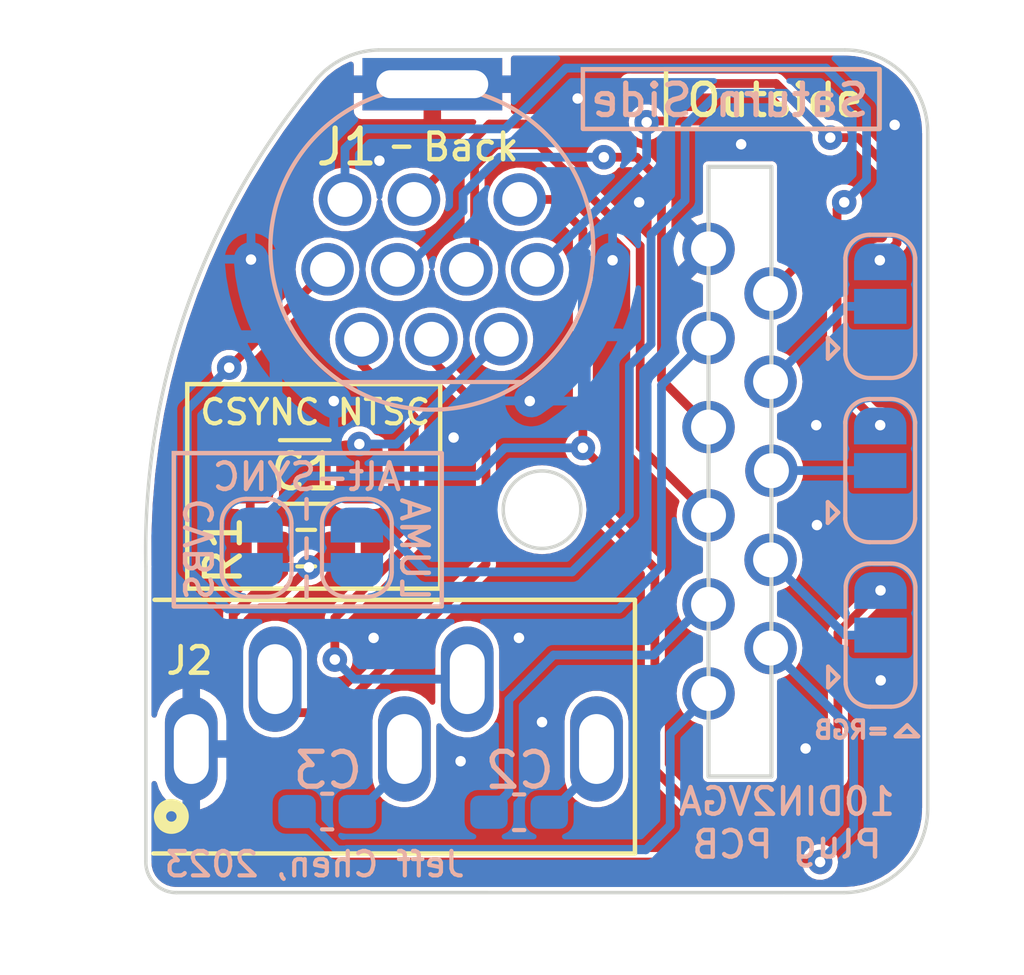
<source format=kicad_pcb>
(kicad_pcb (version 20211014) (generator pcbnew)
  (title_block (title "10DIN2VGA Main Board") (date "2023-01-05") (rev "1.0") (company "Jeff Chen"))
  (layers (0 "F.Cu" signal "Front") (31 "B.Cu" signal "Back") (34 "B.Paste" user) (35 "F.Paste" user) (36 "B.SilkS" user "B.Silkscreen") (37 "F.SilkS" user "F.Silkscreen") (38 "B.Mask" user) (39 "F.Mask" user) (44 "Edge.Cuts" user))
  (net 0 "")
  (net 1 "GND")
  (net 2 "/Raw_CSync")
  (net 3 "/L_from_Jack")
  (net 4 "/L_to_VGA")
  (net 5 "/R_from_Jack")
  (net 6 "/R_to_VGA")
  (net 7 "/5V")
  (net 8 "/Red")
  (net 9 "/Green")
  (net 10 "/Blue")
  (net 11 "/CVBS_Out")
  (net 12 "/Luma_Out")
  (net 13 "/Chroma_Out")
  (net 14 "/Audio_L")
  (net 15 "/Audio_R")
  (net 16 "/CVBS")
  (net 17 "/Luma")
  (net 18 "/Chroma")
  (net 19 "/Mid_Attn_CSync")
  (net 20 "/HSync")
  (footprint "Resistor_SMD:R_0603_1608Metric_Pad0.98x0.95mm_HandSolder" (layer "F.Cu") (at 126.73 103.09 180)
    (fp_text reference "R1" (at 2.37 -0.06 90) (layer "F.SilkS"))
    (fp_text value "470")
    (fp_line (start -0.254724 0.5225) (end 0.254724 0.5225) (layer "F.SilkS") (width 0.12))
    (fp_line (start -0.254724 -0.5225) (end 0.254724 -0.5225) (layer "F.SilkS") (width 0.12))
    (pad "1" smd roundrect (at -0.9125 0 180) (size 0.975 0.95) (layers "F.Cu" "F.Paste" "F.Mask") (net 20 "/HSync"))
    (pad "2" smd roundrect (at 0.9125 0 180) (size 0.975 0.95) (layers "F.Cu" "F.Paste" "F.Mask") (net 19 "/Mid_Attn_CSync"))
  )
  (footprint "10DIN2VGA:Interconnect_A" (layer "F.Cu") (at 139.171496 100.875007)
    (fp_text reference "I1" hide)
    (fp_text value "Board Interconnect A")
    (fp_rect (start -0.925 -8.7) (end 0.875 8.75) (layer "Edge.Cuts") (width 0.12) (fill none))
    (pad "1" thru_hole circle (at 0.85 5.075) (size 1.5 1.5) (drill 1) (layers *.Cu *.Mask) (net 20 "/HSync"))
    (pad "2" thru_hole circle (at -0.925 3.825) (size 1.5 1.5) (drill 1) (layers *.Cu *.Mask) (net 4 "/L_to_VGA"))
    (pad "3" thru_hole circle (at -0.925 6.375) (size 1.5 1.5) (drill 1) (layers *.Cu *.Mask) (net 6 "/R_to_VGA"))
    (pad "4" thru_hole circle (at 0.85 -5.075) (size 1.5 1.5) (drill 1) (layers *.Cu *.Mask) (net 7 "/5V"))
    (pad "5" thru_hole circle (at -0.925 1.275) (size 1.5 1.5) (drill 1) (layers *.Cu *.Mask) (net 8 "/Red"))
    (pad "6" thru_hole circle (at -0.925 -1.25) (size 1.5 1.5) (drill 1) (layers *.Cu *.Mask) (net 9 "/Green"))
    (pad "7" thru_hole circle (at -0.925 -3.8) (size 1.5 1.5) (drill 1) (layers *.Cu *.Mask) (net 10 "/Blue"))
    (pad "8" thru_hole circle (at 0.85 2.55) (size 1.5 1.5) (drill 1) (layers *.Cu *.Mask) (net 11 "/CVBS_Out"))
    (pad "9" thru_hole circle (at 0.85 -2.55) (size 1.5 1.5) (drill 1) (layers *.Cu *.Mask) (net 12 "/Luma_Out"))
    (pad "10" thru_hole circle (at 0.875 0) (size 1.5 1.5) (drill 1) (layers *.Cu *.Mask) (net 13 "/Chroma_Out"))
    (pad "11" thru_hole circle (at -0.925 -6.35) (size 1.5 1.5) (drill 1) (layers *.Cu *.Mask) (net 1 "GND"))
  )
  (footprint "10DIN2VGA:10DIN" (layer "F.Cu") (at 130.34 94.46)
    (fp_text reference "J1" (at -2.45 -2.85 unlocked) (layer "F.SilkS"))
    (fp_text value "10DIN")
    (fp_line (start -2.6 3.875) (end 2.575 3.875) (layer "B.SilkS") (width 0.12))
    (fp_circle (center -0.014115 0.046088) (end 3.275 -3.2) (layer "B.SilkS") (width 0.12) (fill none))
    (pad "1" thru_hole circle (at 1.975 2.65) (size 1.5 1.5) (drill 1) (layers *.Cu *.Mask) (net 2 "/Raw_CSync"))
    (pad "2" thru_hole circle (at -0.025 2.65) (size 1.5 1.5) (drill 1) (layers *.Cu *.Mask) (net 14 "/Audio_L"))
    (pad "3" thru_hole circle (at -2.025 2.65) (size 1.5 1.5) (drill 1) (layers *.Cu *.Mask) (net 15 "/Audio_R"))
    (pad "4" thru_hole circle (at 3 0.65) (size 1.5 1.5) (drill 1) (layers *.Cu *.Mask) (net 7 "/5V"))
    (pad "5" thru_hole circle (at 0.975 0.65) (size 1.5 1.5) (drill 1) (layers *.Cu *.Mask) (net 8 "/Red"))
    (pad "6" thru_hole circle (at -1 0.65) (size 1.5 1.5) (drill 1) (layers *.Cu *.Mask) (net 9 "/Green"))
    (pad "7" thru_hole circle (at -3 0.65) (size 1.5 1.5) (drill 1) (layers *.Cu *.Mask) (net 10 "/Blue"))
    (pad "8" thru_hole circle (at 2.5 -1.35) (size 1.5 1.5) (drill 1) (layers *.Cu *.Mask) (net 16 "/CVBS"))
    (pad "9" thru_hole circle (at -0.525 -1.35) (size 1.5 1.5) (drill 1) (layers *.Cu *.Mask) (net 17 "/Luma"))
    (pad "10" thru_hole circle (at -2.5 -1.35) (size 1.5 1.5) (drill 1) (layers *.Cu *.Mask) (net 18 "/Chroma"))
    (pad "11" thru_hole rect (at 0 -4.65) (size 4 1.5) (drill oval 3.2 0.8) (layers *.Cu *.Mask) (net 1 "GND"))
    (pad "11" smd custom (at -4.475 2.575) (size 0.40625 0.3625) (layers "B.Cu" "B.Mask") (net 1 "GND") (options (clearance outline) (anchor rect)) (primitives (gr_arc (start 1.665141 1.842065) (mid -0.004699 0.10023) (end -0.70982 -2.207401) (width 1))))
    (pad "11" smd custom (at 4.35 2.525) (size 0.40625 0.3625) (layers "B.Cu" "B.Mask") (net 1 "GND") (options (clearance outline) (anchor rect)) (primitives (gr_arc (start 0.80982 -2.157401) (mid 0.118424 0.126685) (end -1.519484 1.862292) (width 1))))
  )
  (footprint "Capacitor_SMD:C_1206_3216Metric_Pad1.33x1.80mm_HandSolder" (layer "F.Cu") (at 126.69 100.91 180)
    (fp_text reference "C1" (at 0 0 180) (layer "F.SilkS"))
    (fp_text value "100uF")
    (fp_line (start -0.711252 -0.91) (end 0.711252 -0.91) (layer "F.SilkS") (width 0.12))
    (fp_line (start -0.711252 0.91) (end 0.711252 0.91) (layer "F.SilkS") (width 0.12))
    (pad "1" smd roundrect (at -1.5625 0 180) (size 1.325 1.8) (layers "F.Cu" "F.Paste" "F.Mask") (roundrect_rratio 0.1886792453) (net 2 "/Raw_CSync"))
    (pad "2" smd roundrect (at 1.5625 0 180) (size 1.325 1.8) (layers "F.Cu" "F.Paste" "F.Mask") (roundrect_rratio 0.1886792453) (net 19 "/Mid_Attn_CSync"))
  )
  (footprint "10DIN2VGA:3.5mm_vertical" (layer "F.Cu") (at 123.44 108.84)
    (fp_text reference "J2")
    (fp_text value "3.5mm_vertical")
    (fp_circle (center -0.57 1.93) (end -0.42 1.93) (layer "F.SilkS") (width 0.35) (fill none))
    (pad "1" thru_hole oval (at 0 0) (size 1.508 3.016) (drill oval 1 2) (layers *.Cu *.Mask) (net 1 "GND"))
    (pad "2" thru_hole oval (at 2.4 -2) (size 1.508 3.016) (drill oval 1 2) (layers *.Cu *.Mask) (net 14 "/Audio_L"))
    (pad "3" thru_hole oval (at 7.9 -2) (size 1.508 3.016) (drill oval 1 2) (layers *.Cu *.Mask) (net 15 "/Audio_R"))
    (pad "4" thru_hole oval (at 11.6 0) (size 1.508 3.016) (drill oval 1 2) (layers *.Cu *.Mask) (net 3 "/L_from_Jack"))
    (pad "5" thru_hole oval (at 6.1 0) (size 1.508 3.016) (drill oval 1 2) (layers *.Cu *.Mask) (net 5 "/R_from_Jack"))
  )
  (footprint "Jumper:SolderJumper-3_P1.3mm_Open_RoundedPad1.0x1.5mm" (layer "B.Cu") (at 143.16 100.87 90)
    (fp_text reference "JP5" hide)
    (fp_text value "Chroma Out")
    (fp_line (start -1.5 -1.5) (end -0.9 -1.5) (layer "B.SilkS") (width 0.12))
    (fp_line (start -1.2 -1.2) (end -0.9 -1.5) (layer "B.SilkS") (width 0.12))
    (fp_line (start 1.4 -1) (end -1.4 -1) (layer "B.SilkS") (width 0.12))
    (fp_line (start -1.4 1) (end 1.4 1) (layer "B.SilkS") (width 0.12))
    (fp_line (start -1.2 -1.2) (end -1.5 -1.5) (layer "B.SilkS") (width 0.12))
    (fp_line (start -2.05 -0.3) (end -2.05 0.3) (layer "B.SilkS") (width 0.12))
    (fp_line (start 2.05 0.3) (end 2.05 -0.3) (layer "B.SilkS") (width 0.12))
    (fp_arc (start 2.05 0.3) (mid 1.844975 0.794975) (end 1.35 1) (layer "B.SilkS") (width 0.12))
    (fp_arc (start 1.35 -1) (mid 1.844975 -0.794975) (end 2.05 -0.3) (layer "B.SilkS") (width 0.12))
    (fp_arc (start -2.05 -0.3) (mid -1.844975 -0.794975) (end -1.35 -1) (layer "B.SilkS") (width 0.12))
    (fp_arc (start -1.35 1) (mid -1.844975 0.794975) (end -2.05 0.3) (layer "B.SilkS") (width 0.12))
    (pad "1" smd custom (at -1.3 0 90) (size 1 0.5) (layers "B.Cu" "B.Mask") (net 1 "GND") (options (clearance outline) (anchor rect)) (primitives (gr_circle (center 0 -0.25) (end 0.5 -0.25) (width 0) (fill yes)) (gr_circle (center 0 0.25) (end 0.5 0.25) (width 0) (fill yes)) (gr_poly (pts (xy 0.55 -0.75) (xy 0 -0.75) (xy 0 0.75) (xy 0.55 0.75)) (width 0) (fill yes))))
    (pad "2" smd rect (at 0 0 90) (size 1 1.5) (layers "B.Cu" "B.Mask") (net 13 "/Chroma_Out"))
    (pad "3" smd custom (at 1.3 0 90) (size 1 0.5) (layers "B.Cu" "B.Mask") (net 18 "/Chroma") (options (clearance outline) (anchor rect)) (primitives (gr_circle (center 0 -0.25) (end 0.5 -0.25) (width 0) (fill yes)) (gr_circle (center 0 0.25) (end 0.5 0.25) (width 0) (fill yes)) (gr_poly (pts (xy 0 -0.75) (xy -0.55 -0.75) (xy -0.55 0.75) (xy 0 0.75)) (width 0) (fill yes))))
  )
  (footprint "Jumper:SolderJumper-3_P1.3mm_Open_RoundedPad1.0x1.5mm" (layer "B.Cu") (at 143.1625 96.17 90)
    (fp_text reference "JP4" hide)
    (fp_text value "Luma Out")
    (fp_line (start -2.05 -0.3) (end -2.05 0.3) (layer "B.SilkS") (width 0.12))
    (fp_line (start 2.05 0.3) (end 2.05 -0.3) (layer "B.SilkS") (width 0.12))
    (fp_line (start -1.2 -1.2) (end -0.9 -1.5) (layer "B.SilkS") (width 0.12))
    (fp_line (start 1.4 -1) (end -1.4 -1) (layer "B.SilkS") (width 0.12))
    (fp_line (start -1.5 -1.5) (end -0.9 -1.5) (layer "B.SilkS") (width 0.12))
    (fp_line (start -1.2 -1.2) (end -1.5 -1.5) (layer "B.SilkS") (width 0.12))
    (fp_line (start -1.4 1) (end 1.4 1) (layer "B.SilkS") (width 0.12))
    (fp_arc (start 2.05 0.3) (mid 1.844975 0.794975) (end 1.35 1) (layer "B.SilkS") (width 0.12))
    (fp_arc (start -1.35 1) (mid -1.844975 0.794975) (end -2.05 0.3) (layer "B.SilkS") (width 0.12))
    (fp_arc (start 1.35 -1) (mid 1.844975 -0.794975) (end 2.05 -0.3) (layer "B.SilkS") (width 0.12))
    (fp_arc (start -2.05 -0.3) (mid -1.844975 -0.794975) (end -1.35 -1) (layer "B.SilkS") (width 0.12))
    (pad "1" smd custom (at -1.3 0 90) (size 1 0.5) (layers "B.Cu" "B.Mask") (net 1 "GND") (options (clearance outline) (anchor rect)) (primitives (gr_circle (center 0 -0.25) (end 0.5 -0.25) (width 0) (fill yes)) (gr_circle (center 0 0.25) (end 0.5 0.25) (width 0) (fill yes)) (gr_poly (pts (xy 0.55 -0.75) (xy 0 -0.75) (xy 0 0.75) (xy 0.55 0.75)) (width 0) (fill yes))))
    (pad "2" smd rect (at 0 0 90) (size 1 1.5) (layers "B.Cu" "B.Mask") (net 12 "/Luma_Out"))
    (pad "3" smd custom (at 1.3 0 90) (size 1 0.5) (layers "B.Cu" "B.Mask") (net 17 "/Luma") (options (clearance outline) (anchor rect)) (primitives (gr_circle (center 0 -0.25) (end 0.5 -0.25) (width 0) (fill yes)) (gr_circle (center 0 0.25) (end 0.5 0.25) (width 0) (fill yes)) (gr_poly (pts (xy 0 -0.75) (xy -0.55 -0.75) (xy -0.55 0.75) (xy 0 0.75)) (width 0) (fill yes))))
  )
  (footprint "Jumper:SolderJumper-3_P1.3mm_Open_RoundedPad1.0x1.5mm" (layer "B.Cu") (at 143.17 105.58 90)
    (fp_text reference "JP3" hide)
    (fp_text value "CVBS Out")
    (fp_line (start -1.5 -1.5) (end -0.9 -1.5) (layer "B.SilkS") (width 0.12))
    (fp_line (start -1.4 1) (end 1.4 1) (layer "B.SilkS") (width 0.12))
    (fp_line (start -1.2 -1.2) (end -1.5 -1.5) (layer "B.SilkS") (width 0.12))
    (fp_line (start 1.4 -1) (end -1.4 -1) (layer "B.SilkS") (width 0.12))
    (fp_line (start -1.2 -1.2) (end -0.9 -1.5) (layer "B.SilkS") (width 0.12))
    (fp_line (start 2.05 0.3) (end 2.05 -0.3) (layer "B.SilkS") (width 0.12))
    (fp_line (start -2.05 -0.3) (end -2.05 0.3) (layer "B.SilkS") (width 0.12))
    (fp_arc (start 2.05 0.3) (mid 1.844975 0.794975) (end 1.35 1) (layer "B.SilkS") (width 0.12))
    (fp_arc (start -1.35 1) (mid -1.844975 0.794975) (end -2.05 0.3) (layer "B.SilkS") (width 0.12))
    (fp_arc (start -2.05 -0.3) (mid -1.844975 -0.794975) (end -1.35 -1) (layer "B.SilkS") (width 0.12))
    (fp_arc (start 1.35 -1) (mid 1.844975 -0.794975) (end 2.05 -0.3) (layer "B.SilkS") (width 0.12))
    (pad "1" smd custom (at -1.3 0 90) (size 1 0.5) (layers "B.Cu" "B.Mask") (net 1 "GND") (options (clearance outline) (anchor rect)) (primitives (gr_circle (center 0 -0.25) (end 0.5 -0.25) (width 0) (fill yes)) (gr_circle (center 0 0.25) (end 0.5 0.25) (width 0) (fill yes)) (gr_poly (pts (xy 0.55 -0.75) (xy 0 -0.75) (xy 0 0.75) (xy 0.55 0.75)) (width 0) (fill yes))))
    (pad "2" smd rect (at 0 0 90) (size 1 1.5) (layers "B.Cu" "B.Mask") (net 11 "/CVBS_Out"))
    (pad "3" smd custom (at 1.3 0 90) (size 1 0.5) (layers "B.Cu" "B.Mask") (net 16 "/CVBS") (options (clearance outline) (anchor rect)) (primitives (gr_circle (center 0 -0.25) (end 0.5 -0.25) (width 0) (fill yes)) (gr_circle (center 0 0.25) (end 0.5 0.25) (width 0) (fill yes)) (gr_poly (pts (xy 0 -0.75) (xy -0.55 -0.75) (xy -0.55 0.75) (xy 0 0.75)) (width 0) (fill yes))))
  )
  (footprint "Capacitor_SMD:C_0603_1608Metric_Pad1.08x0.95mm_HandSolder" (layer "B.Cu") (at 127.33 110.63 180)
    (fp_text reference "C3" (at -0.02 1.18 180) (layer "B.SilkS") (effects (justify mirror)))
    (fp_text value "10uF")
    (fp_line (start -0.146267 -0.51) (end 0.146267 -0.51) (layer "B.SilkS") (width 0.12))
    (fp_line (start -0.146267 0.51) (end 0.146267 0.51) (layer "B.SilkS") (width 0.12))
    (pad "1" smd roundrect (at -0.8625 0 180) (size 1.075 0.95) (layers "B.Cu" "B.Paste" "B.Mask") (net 5 "/R_from_Jack"))
    (pad "2" smd roundrect (at 0.8625 0 180) (size 1.075 0.95) (layers "B.Cu" "B.Paste" "B.Mask") (net 6 "/R_to_VGA"))
  )
  (footprint "Jumper:SolderJumper-2_P1.3mm_Open_RoundedPad1.0x1.5mm" (layer "B.Cu") (at 125.31 103.08 -90)
    (fp_text reference "JP2" hide)
    (fp_text value "CVBS Sync")
    (fp_line (start 0.7 -1) (end -0.7 -1) (layer "B.SilkS") (width 0.12))
    (fp_line (start -1.4 -0.3) (end -1.4 0.3) (layer "B.SilkS") (width 0.12))
    (fp_line (start -0.7 1) (end 0.7 1) (layer "B.SilkS") (width 0.12))
    (fp_line (start 1.4 0.3) (end 1.4 -0.3) (layer "B.SilkS") (width 0.12))
    (fp_arc (start -1.4 -0.3) (mid -1.194975 -0.794975) (end -0.7 -1) (layer "B.SilkS") (width 0.12))
    (fp_arc (start -0.7 1) (mid -1.194975 0.794975) (end -1.4 0.3) (layer "B.SilkS") (width 0.12))
    (fp_arc (start 0.7 -1) (mid 1.194975 -0.794975) (end 1.4 -0.3) (layer "B.SilkS") (width 0.12))
    (fp_arc (start 1.4 0.3) (mid 1.194975 0.794975) (end 0.7 1) (layer "B.SilkS") (width 0.12))
    (pad "1" smd custom (at -0.65 0 270) (size 1 0.5) (layers "B.Cu" "B.Mask") (net 16 "/CVBS") (options (clearance outline) (anchor rect)) (primitives (gr_circle (center 0 -0.25) (end 0.5 -0.25) (width 0) (fill yes)) (gr_circle (center 0 0.25) (end 0.5 0.25) (width 0) (fill yes)) (gr_poly (pts (xy 0.5 -0.75) (xy 0 -0.75) (xy 0 0.75) (xy 0.5 0.75)) (width 0) (fill yes))))
    (pad "2" smd custom (at 0.65 0 270) (size 1 0.5) (layers "B.Cu" "B.Mask") (net 20 "/HSync") (options (clearance outline) (anchor rect)) (primitives (gr_circle (center 0 -0.25) (end 0.5 -0.25) (width 0) (fill yes)) (gr_circle (center 0 0.25) (end 0.5 0.25) (width 0) (fill yes)) (gr_poly (pts (xy 0 -0.75) (xy -0.5 -0.75) (xy -0.5 0.75) (xy 0 0.75)) (width 0) (fill yes))))
  )
  (footprint "Jumper:SolderJumper-2_P1.3mm_Open_RoundedPad1.0x1.5mm" (layer "B.Cu") (at 128.18 103.08 -90)
    (fp_text reference "JP1" hide)
    (fp_text value "Luma Sync")
    (fp_line (start -0.7 1) (end 0.7 1) (layer "B.SilkS") (width 0.12))
    (fp_line (start 0.7 -1) (end -0.7 -1) (layer "B.SilkS") (width 0.12))
    (fp_line (start -1.4 -0.3) (end -1.4 0.3) (layer "B.SilkS") (width 0.12))
    (fp_line (start 1.4 0.3) (end 1.4 -0.3) (layer "B.SilkS") (width 0.12))
    (fp_arc (start 0.7 -1) (mid 1.194975 -0.794975) (end 1.4 -0.3) (layer "B.SilkS") (width 0.12))
    (fp_arc (start -0.7 1) (mid -1.194975 0.794975) (end -1.4 0.3) (layer "B.SilkS") (width 0.12))
    (fp_arc (start 1.4 0.3) (mid 1.194975 0.794975) (end 0.7 1) (layer "B.SilkS") (width 0.12))
    (fp_arc (start -1.4 -0.3) (mid -1.194975 -0.794975) (end -0.7 -1) (layer "B.SilkS") (width 0.12))
    (pad "1" smd custom (at -0.65 0 270) (size 1 0.5) (layers "B.Cu" "B.Mask") (net 17 "/Luma") (options (clearance outline) (anchor rect)) (primitives (gr_circle (center 0 -0.25) (end 0.5 -0.25) (width 0) (fill yes)) (gr_circle (center 0 0.25) (end 0.5 0.25) (width 0) (fill yes)) (gr_poly (pts (xy 0.5 -0.75) (xy 0 -0.75) (xy 0 0.75) (xy 0.5 0.75)) (width 0) (fill yes))))
    (pad "2" smd custom (at 0.65 0 270) (size 1 0.5) (layers "B.Cu" "B.Mask") (net 20 "/HSync") (options (clearance outline) (anchor rect)) (primitives (gr_circle (center 0 -0.25) (end 0.5 -0.25) (width 0) (fill yes)) (gr_circle (center 0 0.25) (end 0.5 0.25) (width 0) (fill yes)) (gr_poly (pts (xy 0 -0.75) (xy -0.5 -0.75) (xy -0.5 0.75) (xy 0 0.75)) (width 0) (fill yes))))
  )
  (footprint "Capacitor_SMD:C_0603_1608Metric_Pad1.08x0.95mm_HandSolder" (layer "B.Cu") (at 132.825 110.65 180)
    (fp_text reference "C2" (at -0.015 1.2) (layer "B.SilkS") (effects (justify mirror)))
    (fp_text value "10uF")
    (fp_line (start -0.146267 0.51) (end 0.146267 0.51) (layer "B.SilkS") (width 0.12))
    (fp_line (start -0.146267 -0.51) (end 0.146267 -0.51) (layer "B.SilkS") (width 0.12))
    (pad "1" smd roundrect (at -0.8625 0 180) (size 1.075 0.95) (layers "B.Cu" "B.Paste" "B.Mask") (net 3 "/L_from_Jack"))
    (pad "2" smd roundrect (at 0.8625 0 180) (size 1.075 0.95) (layers "B.Cu" "B.Paste" "B.Mask") (net 4 "/L_to_VGA"))
  )
  (gr_line (start 144.245 108.47625) (end 143.6075 108.47625) (layer "B.SilkS") (width 0.127))
  (gr_line (start 126.74 103.905) (end 126.74 104.48) (layer "B.SilkS") (width 0.127))
  (gr_line (start 126.74 102.8125) (end 126.74 103.3675) (layer "B.SilkS") (width 0.127))
  (gr_rect (start 122.94 100.37) (end 130.61 104.76) (layer "B.SilkS") (width 0.127) (fill none))
  (gr_line (start 126.74 101.69) (end 126.74 102.245) (layer "B.SilkS") (width 0.127))
  (gr_line (start 143.6075 108.47625) (end 143.9325 108.16375) (layer "B.SilkS") (width 0.127))
  (gr_line (start 143.9325 108.16375) (end 144.245 108.47625) (layer "B.SilkS") (width 0.127))
  (gr_rect (start 143.14 89.38) (end 134.65 91.09) (layer "B.SilkS") (width 0.127) (fill none))
  (gr_line (start 129.24 91.6) (end 129.68 91.6) (layer "F.SilkS") (width 0.127))
  (gr_rect (start 123.325 98.395) (end 130.565 104.25) (layer "F.SilkS") (width 0.127) (fill none))
  (gr_rect (start 143.14 91.09) (end 137.03 89.38) (layer "F.SilkS") (width 0.127) (fill none))
  (gr_line (start 122.39 104.57) (end 136.14 104.57) (layer "F.SilkS") (width 0.127))
  (gr_line (start 136.14 104.57) (end 136.14 111.83) (layer "F.SilkS") (width 0.127))
  (gr_line (start 136.14 111.83) (end 122.36 111.83) (layer "F.SilkS") (width 0.127))
  (gr_arc (start 127.036198 89.654702) (mid 127.83156 89.057303) (end 128.8 88.83) (layer "Edge.Cuts") (width 0.1))
  (gr_arc (start 122.14 103.62) (mid 123.31707 96.191731) (end 127.036198 89.654702) (layer "Edge.Cuts") (width 0.1))
  (gr_arc (start 144.52 110.55) (mid 143.818966 112.242043) (end 142.13 112.950459) (layer "Edge.Cuts") (width 0.1))
  (gr_arc (start 123.02 112.95) (mid 122.387397 112.688098) (end 122.140029 112.049673) (layer "Edge.Cuts") (width 0.1))
  (gr_circle (center 133.48 101.99) (end 134.59 101.99) (layer "Edge.Cuts") (width 0.1) (fill none))
  (gr_line (start 128.8 88.83) (end 142.15 88.83) (layer "Edge.Cuts") (width 0.1))
  (gr_arc (start 142.15 88.83) (mid 143.824588 89.518337) (end 144.52 91.19) (layer "Edge.Cuts") (width 0.1))
  (gr_line (start 123.02 112.95) (end 142.13 112.950459) (layer "Edge.Cuts") (width 0.1))
  (gr_line (start 144.52 91.19) (end 144.52 110.55) (layer "Edge.Cuts") (width 0.1))
  (gr_line (start 122.14 103.62) (end 122.140029 112.049673) (layer "Edge.Cuts") (width 0.1))
  (gr_text "Saturn Side" (at 138.855 90.27) (layer "B.SilkS") (effects (font (size 0.9 0.9)) (justify mirror)))
  (gr_text "Alt-SYNC" (at 126.75 101.05) (layer "B.SilkS") (effects (font (size 0.762 0.762) (thickness 0.127)) (justify mirror)))
  (gr_text "Jeff Chen, 2023" (at 126.97 112.14) (layer "B.SilkS") (effects (font (size 0.7 0.7) (thickness 0.12)) (justify mirror)))
  (gr_text "10DIN2VGA\nPlug PCB" (at 140.49 110.96) (layer "B.SilkS") (effects (font (size 0.762 0.762) (thickness 0.127)) (justify mirror)))
  (gr_text "LUMA" (at 129.825 103.125 270) (layer "B.SilkS") (effects (font (size 0.762 0.762) (thickness 0.127)) (justify mirror)))
  (gr_text "CVBS" (at 123.68 103.12 90) (layer "B.SilkS") (effects (font (size 0.762 0.762) (thickness 0.127)) (justify mirror)))
  (gr_text "=RGB" (at 142.345 108.295) (layer "B.SilkS") (effects (font (size 0.5 0.5) (thickness 0.12)) (justify mirror)))
  (gr_text "CSYNC NTSC" (at 126.99 99.2) (layer "F.SilkS") (effects (font (size 0.7 0.7) (thickness 0.12))))
  (gr_text "Back" (at 131.44 91.61) (layer "F.SilkS") (effects (font (size 0.762 0.762) (thickness 0.127))))
  (gr_text "J2" (at 123.39 106.31) (layer "F.SilkS") (effects (font (size 0.762 0.762) (thickness 0.127))))
  (gr_text "Outside" (at 140.15 90.27) (layer "F.SilkS") (effects (font (size 0.9 0.9))))
  (via (at 139.18 91.53) (size 0.7) (drill 0.3) (layers "F.Cu" "B.Cu") (net 1))
  (via (at 141.35 102.43) (size 0.7) (drill 0.3) (layers "F.Cu" "B.Cu") (net 1))
  (via (at 136.26 93.19) (size 0.7) (drill 0.3) (layers "F.Cu" "B.Cu") (net 1))
  (via (at 133.48 108.07) (size 0.7) (drill 0.3) (layers "F.Cu" "B.Cu") (net 1))
  (via (at 133.13 98.88) (size 0.7) (drill 0.3) (layers "F.Cu" "B.Cu") (net 1))
  (via locked (at 127.52 98.88) (size 0.7) (drill 0.3) (layers "F.Cu" "B.Cu") (net 1))
  (via (at 132.82 105.66) (size 0.7) (drill 0.3) (layers "F.Cu" "B.Cu") (net 1))
  (via (at 125.15 94.83) (size 0.7) (drill 0.3) (layers "F.Cu" "B.Cu") (net 1))
  (via (at 141.33 99.57) (size 0.7) (drill 0.3) (layers "F.Cu" "B.Cu") (net 1))
  (via (at 143.575 90.975) (size 0.7) (drill 0.3) (layers "F.Cu" "B.Cu") (net 1))
  (via (at 128.825 92) (size 0.7) (drill 0.3) (layers "F.Cu" "B.Cu") (net 1))
  (via (at 143.175 106.875) (size 0.7) (drill 0.3) (layers "F.Cu" "B.Cu") (net 1))
  (via (at 135.5 94.85) (size 0.7) (drill 0.3) (layers "F.Cu" "B.Cu") (net 1))
  (via (at 131.15 109.19) (size 0.7) (drill 0.3) (layers "F.Cu" "B.Cu") (net 1))
  (via (at 128.66 105.66) (size 0.7) (drill 0.3) (layers "F.Cu" "B.Cu") (net 1))
  (via (at 130.95 99.925) (size 0.7) (drill 0.3) (layers "F.Cu" "B.Cu") (net 1))
  (via (at 141.025 108.825) (size 0.7) (drill 0.3) (layers "F.Cu" "B.Cu") (net 1))
  (via (at 134.5 90.22) (size 0.7) (drill 0.3) (layers "F.Cu" "B.Cu") (net 1))
  (segment (start 133.125 98.875) (end 132 98.875) (width 0.25) (layer "B.Cu") (net 1))
  (segment (start 125.15 95.195) (end 125.15 94.085) (width 0.25) (layer "B.Cu") (net 1))
  (segment (start 133.13 98.88) (end 134.47 98.88) (width 0.25) (layer "B.Cu") (net 1))
  (segment (start 134.69 96.985) (end 134.69 96.51) (width 0.25) (layer "B.Cu") (net 1))
  (segment (start 127.52 98.88) (end 128.28 98.88) (width 0.25) (layer "B.Cu") (net 1))
  (segment (start 125.085 94.82) (end 124.415 94.82) (width 0.25) (layer "B.Cu") (net 1))
  (segment (start 133.13 98.88) (end 133.125 98.875) (width 0.25) (layer "B.Cu") (net 1))
  (segment (start 132 98.875) (end 130.95 99.925) (width 0.25) (layer "B.Cu") (net 1))
  (segment (start 135.5 94.78) (end 135.5 94.08) (width 0.25) (layer "B.Cu") (net 1))
  (segment (start 135.5 94.85) (end 134.76 94.85) (width 0.25) (layer "B.Cu") (net 1))
  (segment (start 125.15 94.83) (end 125.93 94.83) (width 0.25) (layer "B.Cu") (net 1))
  (segment (start 127.52 98.88) (end 127.52 99.62) (width 0.25) (layer "B.Cu") (net 1))
  (segment (start 128.25 100.11) (end 128.25 100.91) (width 0.25) (layer "F.Cu") (net 2))
  (via (at 128.25 100.11) (size 0.7) (drill 0.3) (layers "F.Cu" "B.Cu") (net 2))
  (segment (start 129.315 100.11) (end 132.315 97.11) (width 0.25) (layer "B.Cu") (net 2))
  (segment (start 128.25 100.11) (end 129.315 100.11) (width 0.25) (layer "B.Cu") (net 2))
  (segment (start 135.05 109.332736) (end 135.05 108.825) (width 0.25) (layer "B.Cu") (net 3))
  (segment (start 133.6875 110.65) (end 133.732736 110.65) (width 0.25) (layer "B.Cu") (net 3))
  (segment (start 133.732736 110.65) (end 135.05 109.332736) (width 0.25) (layer "B.Cu") (net 3))
  (segment (start 132.53 110.0825) (end 132.53 107.43) (width 0.25) (layer "B.Cu") (net 4))
  (segment (start 132.53 107.43) (end 133.81 106.15) (width 0.25) (layer "B.Cu") (net 4))
  (segment (start 133.81 106.15) (end 136.671496 106.15) (width 0.25) (layer "B.Cu") (net 4))
  (segment (start 136.671496 106.15) (end 138.121496 104.7) (width 0.25) (layer "B.Cu") (net 4))
  (segment (start 131.9625 110.65) (end 132.53 110.0825) (width 0.25) (layer "B.Cu") (net 4))
  (segment (start 129.54 108.84) (end 129.54 109.32) (width 0.25) (layer "B.Cu") (net 5))
  (segment (start 129.54 109.32) (end 128.23 110.63) (width 0.25) (layer "B.Cu") (net 5))
  (segment (start 128.23 110.63) (end 128.2 110.63) (width 0.25) (layer "B.Cu") (net 5))
  (segment (start 127.89 111.7125) (end 136.4375 111.7125) (width 0.25) (layer "B.Cu") (net 6))
  (segment (start 136.4375 111.7125) (end 136.45 111.725) (width 0.25) (layer "B.Cu") (net 6))
  (segment (start 136.45 111.725) (end 127.615 111.725) (width 0.25) (layer "B.Cu") (net 6))
  (segment (start 138.121496 107.428504) (end 138.121496 107.275) (width 0.25) (layer "B.Cu") (net 6))
  (segment (start 127.615 111.725) (end 126.52 110.63) (width 0.25) (layer "B.Cu") (net 6))
  (segment (start 136.45 111.725) (end 137.15 111.025) (width 0.25) (layer "B.Cu") (net 6))
  (segment (start 126.52 110.63) (end 126.47 110.63) (width 0.25) (layer "B.Cu") (net 6))
  (segment (start 137.15 108.4) (end 138.121496 107.428504) (width 0.25) (layer "B.Cu") (net 6))
  (segment (start 137.15 111.025) (end 137.15 108.4) (width 0.25) (layer "B.Cu") (net 6))
  (segment (start 140.7 95.07) (end 140.171496 95.598504) (width 0.25) (layer "F.Cu") (net 7))
  (segment (start 140.7 91.825) (end 140.7 95.07) (width 0.25) (layer "F.Cu") (net 7))
  (segment (start 139.74 90.865) (end 140.7 91.825) (width 0.25) (layer "F.Cu") (net 7))
  (segment (start 136.475 90.9) (end 136.51 90.865) (width 0.25) (layer "F.Cu") (net 7))
  (segment (start 136.51 90.865) (end 139.74 90.865) (width 0.25) (layer "F.Cu") (net 7))
  (segment (start 140.171496 95.598504) (end 140.171496 95.8) (width 0.25) (layer "F.Cu") (net 7))
  (via (at 136.475 90.9) (size 0.7) (drill 0.3) (layers "F.Cu" "B.Cu") (net 7))
  (segment (start 136.475 90.9) (end 136.475 91.975) (width 0.25) (layer "B.Cu") (net 7))
  (segment (start 136.475 91.975) (end 133.34 95.11) (width 0.25) (layer "B.Cu") (net 7))
  (segment (start 138.121496 102.021496) (end 138.121496 102.15) (width 0.25) (layer "F.Cu") (net 8))
  (segment (start 136.29 94.44) (end 136.29 100.19) (width 0.25) (layer "F.Cu") (net 8))
  (segment (start 131.315 95.11) (end 131.55 94.875) (width 0.25) (layer "F.Cu") (net 8))
  (segment (start 136.29 100.19) (end 138.121496 102.021496) (width 0.25) (layer "F.Cu") (net 8))
  (segment (start 131.55 94.875) (end 131.55 92.175) (width 0.25) (layer "F.Cu") (net 8))
  (segment (start 131.55 92.175) (end 132.179531 91.545469) (width 0.25) (layer "F.Cu") (net 8))
  (segment (start 133.395469 91.545469) (end 136.29 94.44) (width 0.25) (layer "F.Cu") (net 8))
  (segment (start 132.179531 91.545469) (end 133.395469 91.545469) (width 0.25) (layer "F.Cu") (net 8))
  (segment (start 136.9 98.27) (end 138.121496 99.491496) (width 0.25) (layer "F.Cu") (net 9))
  (segment (start 136.19 91.9) (end 136.9 92.61) (width 0.25) (layer "F.Cu") (net 9))
  (segment (start 136.9 92.61) (end 136.9 98.27) (width 0.25) (layer "F.Cu") (net 9))
  (segment (start 138.121496 99.491496) (end 138.121496 99.62) (width 0.25) (layer "F.Cu") (net 9))
  (segment (start 135.25 91.9) (end 136.19 91.9) (width 0.25) (layer "F.Cu") (net 9))
  (via (at 135.25 91.9) (size 0.7) (drill 0.3) (layers "F.Cu" "B.Cu") (net 9))
  (segment (start 129.55 95.11) (end 129.34 95.11) (width 0.25) (layer "B.Cu") (net 9))
  (segment (start 135.25 91.9) (end 132.267693 91.9) (width 0.25) (layer "B.Cu") (net 9))
  (segment (start 132.267693 91.9) (end 131.219612 92.948081) (width 0.25) (layer "B.Cu") (net 9))
  (segment (start 131.219612 92.948081) (end 131.219612 93.440388) (width 0.25) (layer "B.Cu") (net 9))
  (segment (start 131.219612 93.440388) (end 129.55 95.11) (width 0.25) (layer "B.Cu") (net 9))
  (segment (start 127.34 95.11) (end 124.525 97.925) (width 0.25) (layer "F.Cu") (net 10))
  (via (at 124.525 97.925) (size 0.7) (drill 0.3) (layers "F.Cu" "B.Cu") (net 10))
  (segment (start 124.525 97.925) (end 123.325 99.125) (width 0.25) (layer "B.Cu") (net 10))
  (segment (start 123.325 99.125) (end 123.325 103.675) (width 0.25) (layer "B.Cu") (net 10))
  (segment (start 124.48 104.83) (end 135.68 104.83) (width 0.25) (layer "B.Cu") (net 10))
  (segment (start 123.325 103.675) (end 124.48 104.83) (width 0.25) (layer "B.Cu") (net 10))
  (segment (start 136.9 103.61) (end 136.9 98.425) (width 0.25) (layer "B.Cu") (net 10))
  (segment (start 135.68 104.83) (end 136.9 103.61) (width 0.25) (layer "B.Cu") (net 10))
  (segment (start 138.121496 97.203504) (end 138.121496 97.075) (width 0.25) (layer "B.Cu") (net 10))
  (segment (start 136.9 98.425) (end 138.121496 97.203504) (width 0.25) (layer "B.Cu") (net 10))
  (segment (start 143.17 105.58) (end 142.16 105.58) (width 0.25) (layer "B.Cu") (net 11))
  (segment (start 140.171496 103.591496) (end 140.171496 103.42) (width 0.25) (layer "B.Cu") (net 11))
  (segment (start 142.16 105.58) (end 140.171496 103.591496) (width 0.25) (layer "B.Cu") (net 11))
  (segment (start 142.17 96.17) (end 140.171496 98.168504) (width 0.25) (layer "B.Cu") (net 12))
  (segment (start 140.171496 98.168504) (end 140.171496 98.32) (width 0.25) (layer "B.Cu") (net 12))
  (segment (start 143.1625 96.17) (end 142.17 96.17) (width 0.25) (layer "B.Cu") (net 12))
  (segment (start 140.171496 100.87) (end 140.171496 100.88) (width 0.25) (layer "B.Cu") (net 13))
  (segment (start 143.16 100.87) (end 140.171496 100.87) (width 0.25) (layer "B.Cu") (net 13))
  (segment (start 131.875 99.25) (end 131.875 103.545) (width 0.25) (layer "F.Cu") (net 14))
  (segment (start 131.875 103.545) (end 127.62 107.8) (width 0.25) (layer "F.Cu") (net 14))
  (segment (start 127.62 107.8) (end 125.97 107.8) (width 0.25) (layer "F.Cu") (net 14))
  (segment (start 125.97 107.8) (end 125.84 107.67) (width 0.25) (layer "F.Cu") (net 14))
  (segment (start 125.84 107.67) (end 125.84 106.84) (width 0.25) (layer "F.Cu") (net 14))
  (segment (start 130.315 97.69) (end 131.875 99.25) (width 0.25) (layer "F.Cu") (net 14))
  (segment (start 130.315 97.11) (end 130.315 97.69) (width 0.25) (layer "F.Cu") (net 14))
  (segment (start 127.55 106.28) (end 127.55 105.09) (width 0.25) (layer "F.Cu") (net 15))
  (segment (start 128.315 97.825) (end 128.315 97.11) (width 0.25) (layer "F.Cu") (net 15))
  (segment (start 129.825 99.335) (end 128.315 97.825) (width 0.25) (layer "F.Cu") (net 15))
  (segment (start 129.825 102.815) (end 129.825 99.335) (width 0.25) (layer "F.Cu") (net 15))
  (segment (start 127.55 105.09) (end 129.825 102.815) (width 0.25) (layer "F.Cu") (net 15))
  (via (at 127.55 106.28) (size 0.7) (drill 0.3) (layers "F.Cu" "B.Cu") (net 15))
  (segment (start 127.55 106.28) (end 128.11 106.84) (width 0.25) (layer "B.Cu") (net 15))
  (segment (start 128.11 106.84) (end 131.34 106.84) (width 0.25) (layer "B.Cu") (net 15))
  (segment (start 135.27 102.228849) (end 136.71 103.668849) (width 0.25) (layer "F.Cu") (net 16))
  (segment (start 133.78 93.11) (end 132.84 93.11) (width 0.25) (layer "F.Cu") (net 16))
  (segment (start 134.65 100.22) (end 135.27 100.84) (width 0.25) (layer "F.Cu") (net 16))
  (segment (start 135.27 100.84) (end 135.27 102.228849) (width 0.25) (layer "F.Cu") (net 16))
  (segment (start 138.174206 110.9) (end 140.7 110.9) (width 0.25) (layer "F.Cu") (net 16))
  (segment (start 141.95 105.52) (end 143.17 104.3) (width 0.25) (layer "F.Cu") (net 16))
  (segment (start 140.7 110.9) (end 141.95 109.65) (width 0.25) (layer "F.Cu") (net 16))
  (segment (start 141.95 109.65) (end 141.95 105.52) (width 0.25) (layer "F.Cu") (net 16))
  (segment (start 136.71 103.668849) (end 136.71 109.435794) (width 0.25) (layer "F.Cu") (net 16))
  (segment (start 134.65 93.98) (end 133.78 93.11) (width 0.25) (layer "F.Cu") (net 16))
  (segment (start 136.71 109.435794) (end 138.174206 110.9) (width 0.25) (layer "F.Cu") (net 16))
  (segment (start 134.65 100.22) (end 134.65 93.98) (width 0.25) (layer "F.Cu") (net 16))
  (via (at 134.65 100.22) (size 0.7) (drill 0.3) (layers "F.Cu" "B.Cu") (net 16))
  (via (at 143.17 104.3) (size 0.7) (drill 0.3) (layers "F.Cu" "B.Cu") (net 16))
  (segment (start 131.611006 101.025) (end 126.715 101.025) (width 0.25) (layer "B.Cu") (net 16))
  (segment (start 132.416006 100.22) (end 131.611006 101.025) (width 0.25) (layer "B.Cu") (net 16))
  (segment (start 134.65 100.22) (end 132.416006 100.22) (width 0.25) (layer "B.Cu") (net 16))
  (segment (start 126.715 101.025) (end 125.31 102.43) (width 0.25) (layer "B.Cu") (net 16))
  (segment (start 143.64 94.36) (end 143.15 94.85) (width 0.25) (layer "F.Cu") (net 17))
  (segment (start 141.73 91.34) (end 142.53 91.34) (width 0.25) (layer "F.Cu") (net 17))
  (segment (start 134.825 90.95) (end 131.975 90.95) (width 0.25) (layer "F.Cu") (net 17))
  (segment (start 143.64 92.45) (end 143.64 94.36) (width 0.25) (layer "F.Cu") (net 17))
  (segment (start 141.73 91.34) (end 140.18 89.79) (width 0.25) (layer "F.Cu") (net 17))
  (segment (start 135.985 89.79) (end 134.825 90.95) (width 0.25) (layer "F.Cu") (net 17))
  (segment (start 131.975 90.95) (end 129.815 93.11) (width 0.25) (layer "F.Cu") (net 17))
  (segment (start 140.18 89.79) (end 135.985 89.79) (width 0.25) (layer "F.Cu") (net 17))
  (segment (start 142.53 91.34) (end 143.64 92.45) (width 0.25) (layer "F.Cu") (net 17))
  (via (at 143.15 94.85) (size 0.7) (drill 0.3) (layers "F.Cu" "B.Cu") (net 17))
  (via (at 141.73 91.34) (size 0.7) (drill 0.3) (layers "F.Cu" "B.Cu") (net 17))
  (segment (start 135.98 97.87) (end 135.98 102.13) (width 0.25) (layer "B.Cu") (net 17))
  (segment (start 136.6 97.25) (end 135.98 97.87) (width 0.25) (layer "B.Cu") (net 17))
  (segment (start 140.46 90.07) (end 138.51 90.07) (width 0.25) (layer "B.Cu") (net 17))
  (segment (start 141.73 91.34) (end 140.46 90.07) (width 0.25) (layer "B.Cu") (net 17))
  (segment (start 137.575 91.005) (end 137.575 93.134929) (width 0.25) (layer "B.Cu") (net 17))
  (segment (start 137.575 93.134929) (end 136.6 94.109929) (width 0.25) (layer "B.Cu") (net 17))
  (segment (start 128.83 102.43) (end 128.18 102.43) (width 0.25) (layer "B.Cu") (net 17))
  (segment (start 135.98 102.13) (end 134.34 103.77) (width 0.25) (layer "B.Cu") (net 17))
  (segment (start 134.34 103.77) (end 130.17 103.77) (width 0.25) (layer "B.Cu") (net 17))
  (segment (start 130.17 103.77) (end 128.83 102.43) (width 0.25) (layer "B.Cu") (net 17))
  (segment (start 136.6 94.109929) (end 136.6 97.25) (width 0.25) (layer "B.Cu") (net 17))
  (segment (start 138.51 90.07) (end 137.575 91.005) (width 0.25) (layer "B.Cu") (net 17))
  (segment (start 141.925 98.335) (end 143.16 99.57) (width 0.25) (layer "F.Cu") (net 18))
  (segment (start 141.925 93.395) (end 141.925 98.335) (width 0.25) (layer "F.Cu") (net 18))
  (segment (start 142.13 93.19) (end 141.925 93.395) (width 0.25) (layer "F.Cu") (net 18))
  (via (at 142.13 93.19) (size 0.7) (drill 0.3) (layers "F.Cu" "B.Cu") (net 18))
  (via (at 143.16 99.57) (size 0.7) (drill 0.3) (layers "F.Cu" "B.Cu") (net 18))
  (segment (start 134.16 89.35) (end 132.42 91.09) (width 0.25) (layer "B.Cu") (net 18))
  (segment (start 142.77 92.55) (end 142.77 90.51) (width 0.25) (layer "B.Cu") (net 18))
  (segment (start 127.84 91.65) (end 127.84 93.11) (width 0.25) (layer "B.Cu") (net 18))
  (segment (start 142.13 93.19) (end 142.77 92.55) (width 0.25) (layer "B.Cu") (net 18))
  (segment (start 132.42 91.09) (end 128.4 91.09) (width 0.25) (layer "B.Cu") (net 18))
  (segment (start 128.4 91.09) (end 127.84 91.65) (width 0.25) (layer "B.Cu") (net 18))
  (segment (start 141.61 89.35) (end 134.16 89.35) (width 0.25) (layer "B.Cu") (net 18))
  (segment (start 142.77 90.51) (end 141.61 89.35) (width 0.25) (layer "B.Cu") (net 18))
  (segment (start 125.1275 100.91) (end 125.1275 102.4075) (width 0.25) (layer "F.Cu") (net 19))
  (segment (start 125.1275 102.4075) (end 125.81 103.09) (width 0.25) (layer "F.Cu") (net 19))
  (segment (start 141.44 112.075) (end 126.235 112.075) (width 0.25) (layer "F.Cu") (net 20))
  (segment (start 127.36 103.09) (end 127.64 103.09) (width 0.25) (layer "F.Cu") (net 20))
  (segment (start 124.64 110.48) (end 124.64 104.99) (width 0.25) (layer "F.Cu") (net 20))
  (segment (start 126.81 103.64) (end 127.36 103.09) (width 0.25) (layer "F.Cu") (net 20))
  (segment (start 126.06 104.39) (end 126.81 103.64) (width 0.25) (layer "F.Cu") (net 20))
  (segment (start 125.24 104.39) (end 126.06 104.39) (width 0.25) (layer "F.Cu") (net 20))
  (segment (start 124.64 104.99) (end 125.24 104.39) (width 0.25) (layer "F.Cu") (net 20))
  (segment (start 126.235 112.075) (end 124.64 110.48) (width 0.25) (layer "F.Cu") (net 20))
  (via (at 141.44 112.075) (size 0.7) (drill 0.3) (layers "F.Cu" "B.Cu") (net 20))
  (via (at 126.81 103.64) (size 0.7) (drill 0.3) (layers "F.Cu" "B.Cu") (net 20))
  (segment (start 125.58 103.64) (end 126.81 103.64) (width 0.25) (layer "B.Cu") (net 20))
  (segment (start 140.171496 106.121496) (end 140.171496 105.95) (width 0.25) (layer "B.Cu") (net 20))
  (segment (start 141.44 112.075) (end 142.4 111.115) (width 0.25) (layer "B.Cu") (net 20))
  (segment (start 142.4 108.35) (end 140.171496 106.121496) (width 0.25) (layer "B.Cu") (net 20))
  (segment (start 142.4 111.115) (end 142.4 108.35) (width 0.25) (layer "B.Cu") (net 20))
  (segment (start 126.81 103.64) (end 128.23 103.64) (width 0.25) (layer "B.Cu") (net 20))
  (zone (net 1) (net_name "GND") (layers F&B.Cu) (connect_pads (clearance 0.16)) (min_thickness 0.16) (fill yes (thermal_gap 0.25) (thermal_bridge_width 0.5))
    (polygon (pts (xy 146.06 115.33) (xy 120.23 115.33) (xy 120.23 87.4) (xy 146.06 87.4)))
  )
)
</source>
